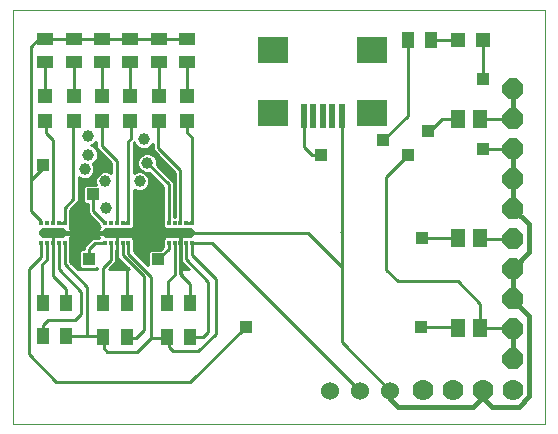
<source format=gtl>
G75*
%MOIN*%
%OFA0B0*%
%FSLAX25Y25*%
%IPPOS*%
%LPD*%
%AMOC8*
5,1,8,0,0,1.08239X$1,22.5*
%
%ADD10C,0.00000*%
%ADD11R,0.05118X0.05906*%
%ADD12C,0.07000*%
%ADD13C,0.06000*%
%ADD14R,0.04724X0.04724*%
%ADD15R,0.04331X0.05512*%
%ADD16R,0.05512X0.04331*%
%ADD17OC8,0.07000*%
%ADD18R,0.01181X0.01378*%
%ADD19C,0.03307*%
%ADD20R,0.09843X0.08661*%
%ADD21R,0.01969X0.07874*%
%ADD22C,0.01600*%
%ADD23C,0.01000*%
%ADD24C,0.03200*%
%ADD25R,0.03962X0.03962*%
%ADD26C,0.03962*%
D10*
X0001000Y0001000D02*
X0001000Y0138795D01*
X0178165Y0138795D01*
X0178165Y0001000D01*
X0001000Y0001000D01*
D11*
X0149228Y0032890D03*
X0156709Y0032890D03*
X0156709Y0062811D03*
X0149228Y0062811D03*
X0149228Y0102575D03*
X0156709Y0102575D03*
D12*
X0157476Y0012289D03*
X0147476Y0012289D03*
X0137476Y0012289D03*
X0167476Y0012289D03*
D13*
X0126463Y0012043D03*
X0116463Y0012043D03*
X0106463Y0012043D03*
D14*
X0058874Y0101984D03*
X0049425Y0101984D03*
X0039976Y0101984D03*
X0030528Y0101984D03*
X0030528Y0110252D03*
X0039976Y0110252D03*
X0049425Y0110252D03*
X0058874Y0110252D03*
X0021079Y0110252D03*
X0011630Y0110252D03*
X0011630Y0101984D03*
X0021079Y0101984D03*
X0149228Y0128953D03*
X0157496Y0128953D03*
D15*
X0140370Y0128953D03*
X0132496Y0128953D03*
X0060055Y0041157D03*
X0052181Y0041157D03*
X0052181Y0029937D03*
X0060055Y0029937D03*
X0038795Y0029740D03*
X0030921Y0029740D03*
X0018717Y0030134D03*
X0010843Y0030134D03*
X0010843Y0041157D03*
X0018717Y0041157D03*
X0030921Y0041157D03*
X0038795Y0041157D03*
D16*
X0039976Y0121472D03*
X0030528Y0121472D03*
X0030528Y0129346D03*
X0039976Y0129346D03*
X0049425Y0129346D03*
X0058874Y0129346D03*
X0058874Y0121472D03*
X0049425Y0121472D03*
X0021079Y0121472D03*
X0011630Y0121472D03*
X0011630Y0129346D03*
X0021079Y0129346D03*
D17*
X0167496Y0112654D03*
X0167496Y0102654D03*
X0167496Y0092654D03*
X0167496Y0082654D03*
X0167496Y0072654D03*
X0167496Y0062654D03*
X0167496Y0052654D03*
X0167496Y0042654D03*
X0167496Y0032654D03*
X0167496Y0022654D03*
D18*
X0060646Y0061138D03*
X0058677Y0061138D03*
X0056709Y0061138D03*
X0054740Y0061138D03*
X0052772Y0061138D03*
X0052772Y0068028D03*
X0054740Y0068028D03*
X0056709Y0068028D03*
X0058677Y0068028D03*
X0060646Y0068028D03*
X0039386Y0068028D03*
X0037417Y0068028D03*
X0035449Y0068028D03*
X0033480Y0068028D03*
X0031512Y0068028D03*
X0031512Y0061138D03*
X0033480Y0061138D03*
X0035449Y0061138D03*
X0037417Y0061138D03*
X0039386Y0061138D03*
X0018126Y0061138D03*
X0016157Y0061138D03*
X0014189Y0061138D03*
X0012220Y0061138D03*
X0010252Y0061138D03*
X0010252Y0068028D03*
X0012220Y0068028D03*
X0014189Y0068028D03*
X0016157Y0068028D03*
X0018126Y0068028D03*
D19*
X0017260Y0064583D02*
X0017260Y0064583D01*
X0011118Y0064583D01*
X0011118Y0064583D01*
X0017260Y0064583D01*
X0038520Y0064583D02*
X0038520Y0064583D01*
X0032378Y0064583D01*
X0032378Y0064583D01*
X0038520Y0064583D01*
X0059780Y0064583D02*
X0059780Y0064583D01*
X0053638Y0064583D01*
X0053638Y0064583D01*
X0059780Y0064583D01*
D20*
X0087614Y0104543D03*
X0087614Y0125409D03*
X0120685Y0125409D03*
X0120685Y0104543D03*
D21*
X0110449Y0103559D03*
X0107299Y0103559D03*
X0104150Y0103559D03*
X0101000Y0103559D03*
X0097850Y0103559D03*
D22*
X0155222Y0062654D02*
X0156709Y0062811D01*
X0167496Y0072654D02*
X0167683Y0072654D01*
X0172900Y0067437D01*
X0172900Y0058057D01*
X0167496Y0052654D01*
X0167496Y0042654D01*
X0167496Y0042230D01*
X0172900Y0036827D01*
X0172900Y0010104D01*
X0169406Y0006610D01*
X0160646Y0006610D01*
X0157594Y0009661D01*
X0157594Y0012171D01*
X0157476Y0012289D01*
X0157476Y0009986D01*
X0154100Y0006610D01*
X0129150Y0006610D01*
X0126541Y0009219D01*
X0126541Y0011965D01*
X0126463Y0012043D01*
X0167496Y0022654D02*
X0167496Y0032654D01*
X0167496Y0072654D02*
X0167496Y0082654D01*
X0167496Y0092654D01*
X0167496Y0102654D02*
X0167496Y0112654D01*
X0156728Y0102654D02*
X0156709Y0102575D01*
X0030528Y0129346D02*
X0030478Y0129228D01*
D23*
X0030528Y0129346D02*
X0039976Y0129346D01*
X0049425Y0129346D01*
X0058874Y0129346D01*
X0058874Y0121472D02*
X0058874Y0110252D01*
X0049425Y0110252D02*
X0049425Y0121472D01*
X0039976Y0121472D02*
X0039976Y0110252D01*
X0030528Y0110252D02*
X0030528Y0121472D01*
X0030528Y0129346D02*
X0021079Y0129346D01*
X0011630Y0129346D01*
X0011581Y0129396D01*
X0009612Y0129396D01*
X0007250Y0127033D01*
X0007004Y0127033D01*
X0007004Y0082152D01*
X0010990Y0086138D01*
X0010990Y0087171D01*
X0007004Y0082152D02*
X0007004Y0071768D01*
X0010252Y0068520D01*
X0010252Y0068028D01*
X0014189Y0068028D02*
X0014189Y0095587D01*
X0011778Y0097998D01*
X0011778Y0101837D01*
X0011630Y0101984D01*
X0021030Y0101866D02*
X0021079Y0101984D01*
X0021030Y0101866D02*
X0021030Y0075902D01*
X0018126Y0072998D01*
X0018126Y0068028D01*
X0016157Y0068028D01*
X0017978Y0064909D02*
X0020410Y0064909D01*
X0020292Y0065503D01*
X0020054Y0066076D01*
X0019753Y0066527D01*
X0020024Y0066797D01*
X0020024Y0069258D01*
X0019933Y0069348D01*
X0019933Y0072250D01*
X0022837Y0075153D01*
X0022837Y0083076D01*
X0022907Y0083006D01*
X0024116Y0082505D01*
X0025424Y0082505D01*
X0026632Y0083006D01*
X0027557Y0083931D01*
X0028058Y0085139D01*
X0028058Y0086447D01*
X0027557Y0087656D01*
X0027475Y0087738D01*
X0027813Y0087878D01*
X0028738Y0088803D01*
X0029239Y0090011D01*
X0029239Y0091319D01*
X0028738Y0092528D01*
X0027813Y0093453D01*
X0026999Y0093790D01*
X0027813Y0094128D01*
X0028622Y0094936D01*
X0028622Y0092870D01*
X0029681Y0091811D01*
X0033642Y0087850D01*
X0033642Y0084475D01*
X0033522Y0084595D01*
X0032314Y0085095D01*
X0031005Y0085095D01*
X0029797Y0084595D01*
X0028872Y0083670D01*
X0028371Y0082461D01*
X0028371Y0081153D01*
X0028553Y0080715D01*
X0025101Y0080715D01*
X0024336Y0079950D01*
X0024336Y0074905D01*
X0025101Y0074139D01*
X0025817Y0074139D01*
X0025817Y0071167D01*
X0029614Y0067370D01*
X0029614Y0066797D01*
X0029884Y0066527D01*
X0029583Y0066076D01*
X0029346Y0065503D01*
X0029228Y0064909D01*
X0035122Y0064909D01*
X0035122Y0064256D01*
X0029228Y0064256D01*
X0029346Y0063663D01*
X0029583Y0063089D01*
X0029680Y0062945D01*
X0027368Y0062945D01*
X0025498Y0061075D01*
X0024439Y0060016D01*
X0024439Y0059259D01*
X0023576Y0059259D01*
X0022810Y0058493D01*
X0022810Y0053448D01*
X0023576Y0052682D01*
X0028621Y0052682D01*
X0028967Y0053028D01*
X0028967Y0052427D01*
X0022453Y0052427D01*
X0019933Y0054947D01*
X0019933Y0059817D01*
X0020024Y0059907D01*
X0020024Y0062368D01*
X0019753Y0062638D01*
X0020054Y0063089D01*
X0020292Y0063663D01*
X0020410Y0064256D01*
X0017978Y0064256D01*
X0017978Y0064909D01*
X0017978Y0064905D02*
X0035122Y0064905D01*
X0034760Y0064681D02*
X0014287Y0064681D01*
X0014189Y0064583D01*
X0014189Y0061138D01*
X0014189Y0050262D01*
X0018717Y0045734D01*
X0018717Y0041157D01*
X0018864Y0041138D01*
X0023687Y0037565D02*
X0021719Y0035596D01*
X0012663Y0035596D01*
X0010990Y0033923D01*
X0010990Y0030281D01*
X0010843Y0030134D01*
X0006118Y0024130D02*
X0015370Y0014878D01*
X0060055Y0014878D01*
X0078411Y0033234D01*
X0068421Y0031020D02*
X0068421Y0049327D01*
X0060646Y0057102D01*
X0060646Y0061138D01*
X0067368Y0061138D01*
X0116463Y0012043D01*
X0126463Y0012043D02*
X0110449Y0028057D01*
X0110449Y0053362D01*
X0099228Y0064583D01*
X0057004Y0064583D01*
X0056758Y0064337D01*
X0056758Y0050951D01*
X0060055Y0047654D01*
X0060055Y0047604D01*
X0060055Y0041157D01*
X0060744Y0041079D01*
X0052427Y0041404D02*
X0052181Y0041157D01*
X0052427Y0041404D02*
X0052427Y0048392D01*
X0054740Y0050705D01*
X0054740Y0061138D01*
X0052772Y0061138D02*
X0052772Y0059366D01*
X0049130Y0055724D01*
X0045842Y0055918D02*
X0043667Y0055918D01*
X0044666Y0054920D02*
X0045842Y0054920D01*
X0045842Y0053921D02*
X0045664Y0053921D01*
X0045842Y0053743D02*
X0041193Y0058392D01*
X0041193Y0059817D01*
X0041283Y0059907D01*
X0041283Y0062368D01*
X0041013Y0062638D01*
X0041314Y0063089D01*
X0041552Y0063663D01*
X0041670Y0064256D01*
X0035776Y0064256D01*
X0035776Y0064909D01*
X0041670Y0064909D01*
X0041552Y0065503D01*
X0041314Y0066076D01*
X0041013Y0066527D01*
X0041283Y0066797D01*
X0041283Y0069258D01*
X0041193Y0069348D01*
X0041193Y0079041D01*
X0041214Y0079019D01*
X0042423Y0078519D01*
X0043731Y0078519D01*
X0044939Y0079019D01*
X0045864Y0079944D01*
X0046365Y0081153D01*
X0046365Y0082461D01*
X0045864Y0083670D01*
X0044939Y0084595D01*
X0043731Y0085095D01*
X0042423Y0085095D01*
X0041214Y0084595D01*
X0041193Y0084573D01*
X0041193Y0094592D01*
X0041366Y0094766D01*
X0041716Y0093921D01*
X0042641Y0092996D01*
X0043850Y0092495D01*
X0045158Y0092495D01*
X0046367Y0092996D01*
X0047292Y0093921D01*
X0047470Y0094353D01*
X0047470Y0092131D01*
X0048529Y0091073D01*
X0054902Y0084700D01*
X0054902Y0070024D01*
X0054579Y0070024D01*
X0054579Y0081522D01*
X0048950Y0087151D01*
X0048973Y0087206D01*
X0048973Y0088514D01*
X0048473Y0089723D01*
X0047548Y0090648D01*
X0046339Y0091148D01*
X0045031Y0091148D01*
X0043822Y0090648D01*
X0042897Y0089723D01*
X0042397Y0088514D01*
X0042397Y0087206D01*
X0042897Y0085998D01*
X0043822Y0085073D01*
X0045031Y0084572D01*
X0046339Y0084572D01*
X0046395Y0084595D01*
X0050965Y0080025D01*
X0050965Y0069348D01*
X0050874Y0069258D01*
X0050874Y0066797D01*
X0051144Y0066527D01*
X0050843Y0066076D01*
X0050605Y0065503D01*
X0050487Y0064909D01*
X0056382Y0064909D01*
X0056382Y0064256D01*
X0057035Y0064256D01*
X0057035Y0063327D01*
X0056709Y0063327D01*
X0056709Y0061138D01*
X0056709Y0061138D01*
X0056709Y0050951D01*
X0060055Y0047604D01*
X0059419Y0052427D02*
X0056547Y0052427D01*
X0056547Y0058949D01*
X0056709Y0058949D01*
X0056870Y0058949D01*
X0056870Y0054976D01*
X0059419Y0052427D01*
X0058923Y0052923D02*
X0056547Y0052923D01*
X0056547Y0053921D02*
X0057925Y0053921D01*
X0056926Y0054920D02*
X0056547Y0054920D01*
X0056547Y0055918D02*
X0056870Y0055918D01*
X0056870Y0056917D02*
X0056547Y0056917D01*
X0056547Y0057915D02*
X0056870Y0057915D01*
X0056870Y0058914D02*
X0056547Y0058914D01*
X0056709Y0058949D02*
X0056709Y0061138D01*
X0056709Y0064583D01*
X0056382Y0064905D02*
X0035776Y0064905D01*
X0035449Y0064583D02*
X0035449Y0061138D01*
X0035449Y0061138D01*
X0035449Y0063327D01*
X0035776Y0063327D01*
X0035776Y0064256D01*
X0035122Y0064256D01*
X0035122Y0063327D01*
X0035449Y0063327D01*
X0035449Y0061138D01*
X0035449Y0055478D01*
X0038795Y0052132D01*
X0038795Y0041157D01*
X0030921Y0041157D02*
X0030774Y0041325D01*
X0030774Y0052772D01*
X0033480Y0055478D01*
X0033480Y0061138D01*
X0031512Y0061138D02*
X0028116Y0061138D01*
X0026246Y0059268D01*
X0026246Y0056118D01*
X0026098Y0055970D01*
X0022810Y0055918D02*
X0019933Y0055918D01*
X0019933Y0056917D02*
X0022810Y0056917D01*
X0022810Y0057915D02*
X0019933Y0057915D01*
X0019933Y0058914D02*
X0023231Y0058914D01*
X0024439Y0059912D02*
X0020024Y0059912D01*
X0020024Y0060911D02*
X0025333Y0060911D01*
X0026332Y0061909D02*
X0020024Y0061909D01*
X0019933Y0062908D02*
X0027330Y0062908D01*
X0029297Y0063906D02*
X0020341Y0063906D01*
X0020126Y0065903D02*
X0029512Y0065903D01*
X0029614Y0066902D02*
X0020024Y0066902D01*
X0020024Y0067900D02*
X0029084Y0067900D01*
X0028085Y0068899D02*
X0020024Y0068899D01*
X0019933Y0069897D02*
X0027086Y0069897D01*
X0026088Y0070896D02*
X0019933Y0070896D01*
X0019933Y0071894D02*
X0025817Y0071894D01*
X0025817Y0072893D02*
X0020576Y0072893D01*
X0021575Y0073891D02*
X0025817Y0073891D01*
X0024351Y0074890D02*
X0022573Y0074890D01*
X0022837Y0075888D02*
X0024336Y0075888D01*
X0024336Y0076887D02*
X0022837Y0076887D01*
X0022837Y0077885D02*
X0024336Y0077885D01*
X0024336Y0078884D02*
X0022837Y0078884D01*
X0022837Y0079882D02*
X0024336Y0079882D01*
X0022837Y0080881D02*
X0028484Y0080881D01*
X0028371Y0081879D02*
X0022837Y0081879D01*
X0022837Y0082878D02*
X0023216Y0082878D01*
X0026324Y0082878D02*
X0028544Y0082878D01*
X0029079Y0083876D02*
X0027503Y0083876D01*
X0027948Y0084875D02*
X0030473Y0084875D01*
X0032845Y0084875D02*
X0033642Y0084875D01*
X0033642Y0085873D02*
X0028058Y0085873D01*
X0027882Y0086872D02*
X0033642Y0086872D01*
X0033621Y0087870D02*
X0027796Y0087870D01*
X0028766Y0088869D02*
X0032623Y0088869D01*
X0031624Y0089868D02*
X0029179Y0089868D01*
X0029239Y0090866D02*
X0030626Y0090866D01*
X0029627Y0091865D02*
X0029013Y0091865D01*
X0028629Y0092863D02*
X0028403Y0092863D01*
X0028622Y0093862D02*
X0027171Y0093862D01*
X0028546Y0094860D02*
X0028622Y0094860D01*
X0030429Y0093618D02*
X0030429Y0101886D01*
X0030528Y0101984D01*
X0039386Y0095341D02*
X0040075Y0096030D01*
X0040075Y0101886D01*
X0039976Y0101984D01*
X0039386Y0095341D02*
X0039386Y0068028D01*
X0039386Y0067959D01*
X0039386Y0068028D02*
X0037417Y0068028D01*
X0035498Y0068008D02*
X0035449Y0068028D01*
X0035449Y0088598D01*
X0030429Y0093618D01*
X0041193Y0093862D02*
X0041776Y0093862D01*
X0041193Y0092863D02*
X0042962Y0092863D01*
X0041193Y0091865D02*
X0047737Y0091865D01*
X0047470Y0092863D02*
X0046046Y0092863D01*
X0047232Y0093862D02*
X0047470Y0093862D01*
X0049278Y0092880D02*
X0049278Y0101837D01*
X0049425Y0101984D01*
X0058677Y0101994D02*
X0058874Y0101984D01*
X0058874Y0098096D01*
X0060596Y0096374D01*
X0060596Y0093667D01*
X0060646Y0093618D01*
X0060646Y0068028D01*
X0058677Y0068028D01*
X0056709Y0068028D02*
X0056709Y0085449D01*
X0049278Y0092880D01*
X0048736Y0090866D02*
X0047021Y0090866D01*
X0048328Y0089868D02*
X0049734Y0089868D01*
X0048826Y0088869D02*
X0050733Y0088869D01*
X0051731Y0087870D02*
X0048973Y0087870D01*
X0049229Y0086872D02*
X0052730Y0086872D01*
X0053728Y0085873D02*
X0050227Y0085873D01*
X0051226Y0084875D02*
X0054727Y0084875D01*
X0054902Y0083876D02*
X0052224Y0083876D01*
X0053223Y0082878D02*
X0054902Y0082878D01*
X0054902Y0081879D02*
X0054221Y0081879D01*
X0054579Y0080881D02*
X0054902Y0080881D01*
X0054902Y0079882D02*
X0054579Y0079882D01*
X0054579Y0078884D02*
X0054902Y0078884D01*
X0054902Y0077885D02*
X0054579Y0077885D01*
X0054579Y0076887D02*
X0054902Y0076887D01*
X0054902Y0075888D02*
X0054579Y0075888D01*
X0054579Y0074890D02*
X0054902Y0074890D01*
X0054902Y0073891D02*
X0054579Y0073891D01*
X0054579Y0072893D02*
X0054902Y0072893D01*
X0054902Y0071894D02*
X0054579Y0071894D01*
X0054579Y0070896D02*
X0054902Y0070896D01*
X0052772Y0068028D02*
X0052772Y0080774D01*
X0045685Y0087860D01*
X0043022Y0085873D02*
X0041193Y0085873D01*
X0041193Y0084875D02*
X0041891Y0084875D01*
X0044263Y0084875D02*
X0044300Y0084875D01*
X0045658Y0083876D02*
X0047113Y0083876D01*
X0046192Y0082878D02*
X0048112Y0082878D01*
X0049110Y0081879D02*
X0046365Y0081879D01*
X0046252Y0080881D02*
X0050109Y0080881D01*
X0050965Y0079882D02*
X0045802Y0079882D01*
X0044612Y0078884D02*
X0050965Y0078884D01*
X0050965Y0077885D02*
X0041193Y0077885D01*
X0041193Y0076887D02*
X0050965Y0076887D01*
X0050965Y0075888D02*
X0041193Y0075888D01*
X0041193Y0074890D02*
X0050965Y0074890D01*
X0050965Y0073891D02*
X0041193Y0073891D01*
X0041193Y0072893D02*
X0050965Y0072893D01*
X0050965Y0071894D02*
X0041193Y0071894D01*
X0041193Y0070896D02*
X0050965Y0070896D01*
X0050965Y0069897D02*
X0041193Y0069897D01*
X0041283Y0068899D02*
X0050874Y0068899D01*
X0050874Y0067900D02*
X0041283Y0067900D01*
X0041283Y0066902D02*
X0050874Y0066902D01*
X0050771Y0065903D02*
X0041386Y0065903D01*
X0041600Y0063906D02*
X0050557Y0063906D01*
X0050605Y0063663D02*
X0050843Y0063089D01*
X0051144Y0062638D01*
X0050874Y0062368D01*
X0050874Y0060024D01*
X0049862Y0059013D01*
X0046607Y0059013D01*
X0045842Y0058247D01*
X0045842Y0053743D01*
X0045842Y0056917D02*
X0042668Y0056917D01*
X0041670Y0057915D02*
X0045842Y0057915D01*
X0046508Y0058914D02*
X0041193Y0058914D01*
X0041283Y0059912D02*
X0050762Y0059912D01*
X0050874Y0060911D02*
X0041283Y0060911D01*
X0041283Y0061909D02*
X0050874Y0061909D01*
X0050964Y0062908D02*
X0041193Y0062908D01*
X0039386Y0061138D02*
X0039386Y0057644D01*
X0047014Y0050016D01*
X0047014Y0029839D01*
X0046866Y0029691D01*
X0042142Y0024967D01*
X0032398Y0024967D01*
X0031167Y0026197D01*
X0031167Y0029691D01*
X0030921Y0029740D01*
X0030528Y0030134D01*
X0026049Y0030134D01*
X0025705Y0030478D01*
X0025705Y0046620D01*
X0018126Y0054199D01*
X0018126Y0061138D01*
X0016157Y0061138D02*
X0016157Y0052476D01*
X0023687Y0044947D01*
X0023687Y0037565D01*
X0026049Y0030134D02*
X0018717Y0030134D01*
X0030823Y0030035D02*
X0030921Y0029740D01*
X0038795Y0029740D02*
X0039140Y0029593D01*
X0041846Y0029593D01*
X0044406Y0032152D01*
X0044406Y0050065D01*
X0037417Y0057053D01*
X0037417Y0061138D01*
X0035449Y0061138D02*
X0035449Y0058949D01*
X0035610Y0058949D01*
X0035610Y0056305D01*
X0039488Y0052427D01*
X0032985Y0052427D01*
X0035287Y0054730D01*
X0035287Y0056227D01*
X0035287Y0058949D01*
X0035449Y0058949D01*
X0035449Y0061138D01*
X0035449Y0063992D01*
X0034760Y0064681D01*
X0035122Y0063906D02*
X0035776Y0063906D01*
X0035449Y0062908D02*
X0035449Y0062908D01*
X0035449Y0061909D02*
X0035449Y0061909D01*
X0035449Y0061138D02*
X0035449Y0061138D01*
X0035449Y0060911D02*
X0035449Y0060911D01*
X0035449Y0059912D02*
X0035449Y0059912D01*
X0035610Y0058914D02*
X0035287Y0058914D01*
X0035287Y0057915D02*
X0035610Y0057915D01*
X0035610Y0056917D02*
X0035287Y0056917D01*
X0035287Y0055918D02*
X0035997Y0055918D01*
X0035287Y0054920D02*
X0036995Y0054920D01*
X0037994Y0053921D02*
X0034479Y0053921D01*
X0033480Y0052923D02*
X0038992Y0052923D01*
X0028967Y0052923D02*
X0028861Y0052923D01*
X0023336Y0052923D02*
X0021958Y0052923D01*
X0022810Y0053921D02*
X0020959Y0053921D01*
X0019961Y0054920D02*
X0022810Y0054920D01*
X0012220Y0055675D02*
X0010695Y0054150D01*
X0010695Y0041305D01*
X0010843Y0041157D01*
X0010892Y0041177D01*
X0006118Y0052526D02*
X0006118Y0024130D01*
X0006118Y0052526D02*
X0010252Y0056659D01*
X0010252Y0061138D01*
X0012220Y0061138D02*
X0012220Y0055675D01*
X0027624Y0071915D02*
X0031512Y0068028D01*
X0027624Y0071915D02*
X0027624Y0077427D01*
X0041193Y0078884D02*
X0041542Y0078884D01*
X0041193Y0086872D02*
X0042535Y0086872D01*
X0042397Y0087870D02*
X0041193Y0087870D01*
X0041193Y0088869D02*
X0042544Y0088869D01*
X0043042Y0089868D02*
X0041193Y0089868D01*
X0041193Y0090866D02*
X0044349Y0090866D01*
X0021079Y0110252D02*
X0021079Y0121472D01*
X0011630Y0121472D02*
X0011630Y0110252D01*
X0050487Y0064256D02*
X0056382Y0064256D01*
X0056382Y0063327D01*
X0056709Y0063327D01*
X0056709Y0061138D01*
X0056709Y0058949D01*
X0056709Y0059912D02*
X0056709Y0059912D01*
X0056709Y0060911D02*
X0056709Y0060911D01*
X0056709Y0061138D02*
X0056709Y0061138D01*
X0056709Y0061909D02*
X0056709Y0061909D01*
X0056709Y0062908D02*
X0056709Y0062908D01*
X0057035Y0063906D02*
X0056382Y0063906D01*
X0058677Y0061138D02*
X0058677Y0055724D01*
X0066059Y0048343D01*
X0066059Y0031610D01*
X0064386Y0029937D01*
X0060055Y0029937D01*
X0062516Y0025114D02*
X0054396Y0025114D01*
X0052791Y0026719D01*
X0052791Y0028047D01*
X0052181Y0029937D01*
X0052545Y0029691D01*
X0046866Y0029691D01*
X0062516Y0025114D02*
X0068421Y0031020D01*
X0050605Y0063663D02*
X0050487Y0064256D01*
X0097801Y0093224D02*
X0097801Y0103510D01*
X0097850Y0103559D01*
X0110449Y0103559D02*
X0110449Y0064878D01*
X0110350Y0064976D01*
X0110449Y0064878D02*
X0110449Y0053362D01*
X0125114Y0052378D02*
X0125114Y0083234D01*
X0132594Y0090715D01*
X0124376Y0095537D02*
X0132496Y0103657D01*
X0132496Y0128953D01*
X0140370Y0128953D02*
X0149228Y0128953D01*
X0157447Y0128953D02*
X0157447Y0115764D01*
X0156728Y0102654D02*
X0167496Y0102654D01*
X0167526Y0092683D02*
X0167496Y0092654D01*
X0167496Y0092388D01*
X0157447Y0092388D01*
X0149130Y0102476D02*
X0143864Y0102476D01*
X0139780Y0098392D01*
X0139140Y0098392D01*
X0149130Y0102476D02*
X0149228Y0102575D01*
X0157447Y0128953D02*
X0157496Y0128953D01*
X0103510Y0090518D02*
X0100508Y0090518D01*
X0097801Y0093224D01*
X0137319Y0063008D02*
X0149031Y0063008D01*
X0149228Y0062811D01*
X0147388Y0063008D01*
X0155222Y0062654D02*
X0167496Y0062654D01*
X0149130Y0048392D02*
X0129100Y0048392D01*
X0125114Y0052378D01*
X0136827Y0033234D02*
X0148884Y0033234D01*
X0149228Y0032890D01*
X0156709Y0032890D02*
X0156709Y0040813D01*
X0149130Y0048392D01*
X0156709Y0032890D02*
X0167260Y0032890D01*
X0167496Y0032654D01*
D24*
X0056709Y0064583D02*
X0035449Y0064583D01*
D25*
X0026098Y0055970D03*
X0049130Y0055724D03*
X0027624Y0077427D03*
X0010990Y0087171D03*
X0078411Y0033234D03*
X0136827Y0033234D03*
X0137319Y0063008D03*
X0132594Y0090715D03*
X0124376Y0095537D03*
X0139140Y0098392D03*
X0157447Y0092388D03*
X0157447Y0115764D03*
X0103510Y0090518D03*
D26*
X0045685Y0087860D03*
X0043077Y0081807D03*
X0031659Y0081807D03*
X0024770Y0085793D03*
X0025951Y0090665D03*
X0025951Y0096915D03*
X0044504Y0095783D03*
X0031906Y0072949D03*
M02*

</source>
